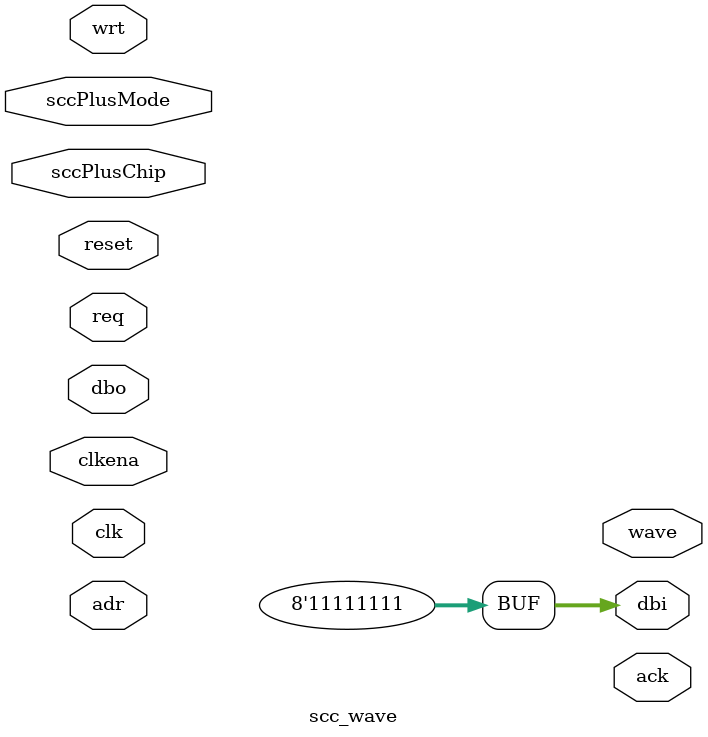
<source format=sv>
/*verilator tracing_off*/
module scc_wave
(
   input                clk,
   input                clkena,
   input                reset,
   input                req,
   output               ack,
   input                wrt,
   input          [7:0] adr,
   input          [7:0] dbo,
   output         [7:0] dbi /* verilator public */ ,
   output signed [14:0] wave,
   input                sccPlusChip,
   input                sccPlusMode
);
assign dbi = 8'hFF;
endmodule

</source>
